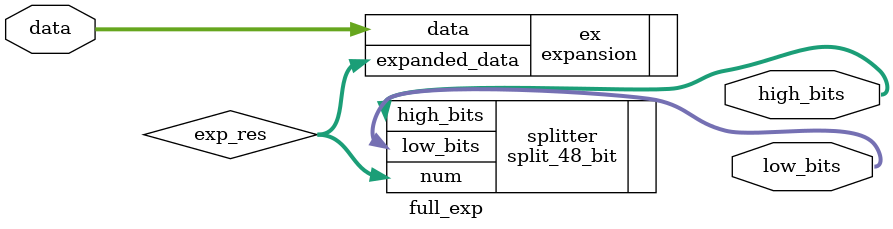
<source format=v>
`timescale 1ns / 1ps


module full_exp(
    input [31:0] data,
    output [31:0] low_bits,
    output [15:0] high_bits
    );
    wire [47:0] exp_res;
    expansion ex(.data(data),.expanded_data(exp_res));
    split_48_bit splitter(.num(exp_res),.low_bits(low_bits),.high_bits(high_bits));
endmodule

</source>
